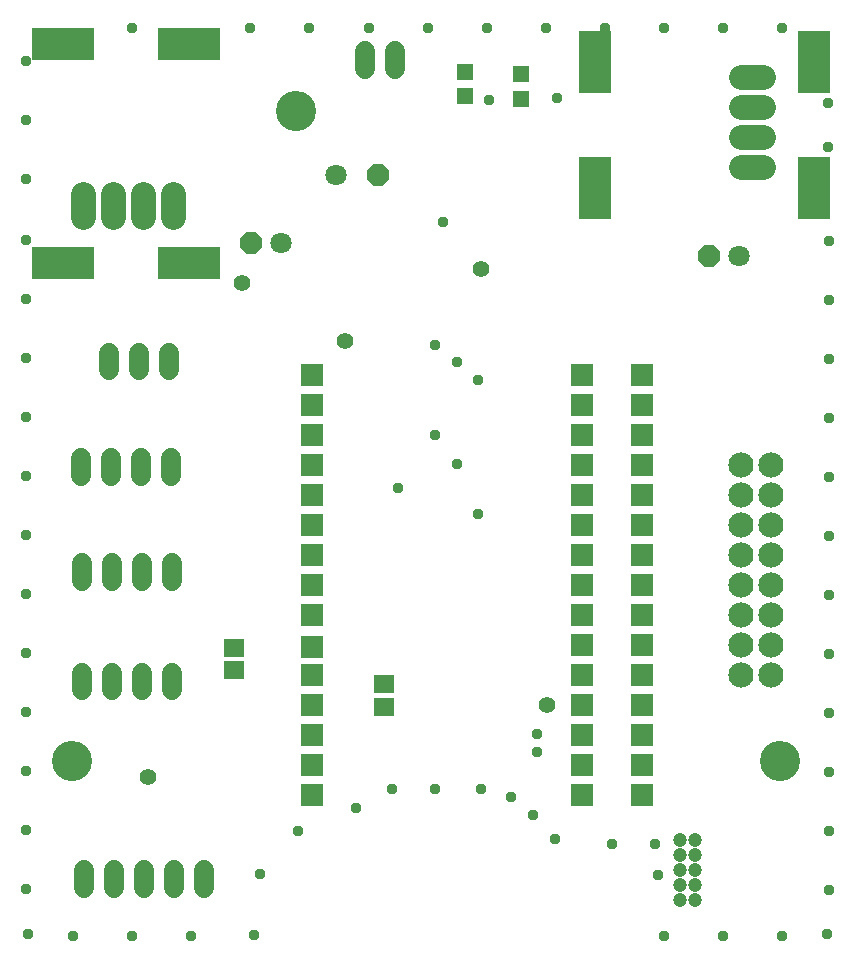
<source format=gbr>
G04 EAGLE Gerber RS-274X export*
G75*
%MOMM*%
%FSLAX36Y36*%
%LPD*%
%INSoldermask Top*%
%IPPOS*%
%AMOC8*
5,1,8,0,0,1.08239X$1,22.5*%
G01*
%ADD10R,1.981200X1.981200*%
%ADD11C,1.703200*%
%ADD12R,1.703200X1.503200*%
%ADD13R,2.743200X2.743200*%
%ADD14C,3.403200*%
%ADD15C,2.133600*%
%ADD16C,1.203200*%
%ADD17C,2.133600*%
%ADD18P,1.951982X8X202.500000*%
%ADD19C,1.803400*%
%ADD20P,1.951982X8X22.500000*%
%ADD21R,1.403200X1.403200*%
%ADD22C,0.953200*%
%ADD23C,1.403200*%


D10*
X25200000Y25540000D03*
X53140000Y48500000D03*
X25200000Y43420000D03*
X25200000Y40880000D03*
X25200000Y38340000D03*
X25200000Y35800000D03*
X25200000Y33260000D03*
X25200000Y30720000D03*
X25200000Y28180000D03*
X25200000Y48500000D03*
X25200000Y23100000D03*
X25200000Y18020000D03*
X53140000Y35800000D03*
X25200000Y15480000D03*
X25200000Y12940000D03*
X53140000Y12940000D03*
X53140000Y43420000D03*
X53140000Y40880000D03*
X53140000Y38340000D03*
X25200000Y45960000D03*
X53140000Y33260000D03*
X53140000Y30720000D03*
X53140000Y28180000D03*
X53140000Y25640000D03*
X53140000Y23100000D03*
X53140000Y20560000D03*
X53140000Y18020000D03*
X53140000Y45960000D03*
X53140000Y15480000D03*
X25200000Y20560000D03*
X48060000Y45960000D03*
X48060000Y43420000D03*
X48060000Y48500000D03*
X48060000Y40880000D03*
X48060000Y38340000D03*
X48060000Y35800000D03*
X48060000Y33260000D03*
X48060000Y30720000D03*
X48060000Y28180000D03*
X48060000Y25640000D03*
X48060000Y23100000D03*
X48060000Y20560000D03*
X48060000Y18020000D03*
X48060000Y15480000D03*
X48060000Y12940000D03*
D11*
X32230000Y74420000D02*
X32230000Y75920000D01*
X29690000Y75920000D02*
X29690000Y74420000D01*
X10840000Y23320000D02*
X10840000Y21820000D01*
X8300000Y21820000D02*
X8300000Y23320000D01*
X5760000Y23320000D02*
X5760000Y21820000D01*
X13380000Y21820000D02*
X13380000Y23320000D01*
X10800000Y31120000D02*
X10800000Y32620000D01*
X8260000Y32620000D02*
X8260000Y31120000D01*
X5720000Y31120000D02*
X5720000Y32620000D01*
X13340000Y32620000D02*
X13340000Y31120000D01*
X10980000Y6610000D02*
X10980000Y5110000D01*
X8440000Y5110000D02*
X8440000Y6610000D01*
X5900000Y6610000D02*
X5900000Y5110000D01*
X13520000Y5110000D02*
X13520000Y6610000D01*
X16060000Y6610000D02*
X16060000Y5110000D01*
X10760000Y40020000D02*
X10760000Y41520000D01*
X8220000Y41520000D02*
X8220000Y40020000D01*
X5680000Y40020000D02*
X5680000Y41520000D01*
X13300000Y41520000D02*
X13300000Y40020000D01*
D12*
X31340000Y20430000D03*
X31340000Y22330000D03*
X18640000Y23550000D03*
X18640000Y25450000D03*
D13*
X49158000Y76316000D03*
X49158000Y73776000D03*
X49158000Y65648000D03*
X49158000Y63108000D03*
X67700000Y63108000D03*
X67700000Y65648000D03*
X67700000Y73776000D03*
X67700000Y76316000D03*
X16096000Y76582000D03*
X13556000Y76582000D03*
X5428000Y76582000D03*
X2888000Y76582000D03*
X2888000Y58040000D03*
X5428000Y58040000D03*
X13556000Y58040000D03*
X16096000Y58040000D03*
D14*
X64880000Y15840000D03*
X4880000Y15840000D03*
X23880000Y70840000D03*
D15*
X61494800Y73720000D02*
X63425200Y73720000D01*
X63425200Y71180000D02*
X61494800Y71180000D01*
X61494800Y68640000D02*
X63425200Y68640000D01*
X63425200Y66100000D02*
X61494800Y66100000D01*
X13420000Y63835200D02*
X13420000Y61904800D01*
X10880000Y61904800D02*
X10880000Y63835200D01*
X8340000Y63835200D02*
X8340000Y61904800D01*
X5800000Y61904800D02*
X5800000Y63835200D01*
D11*
X13080000Y50420000D02*
X13080000Y48920000D01*
X10540000Y48920000D02*
X10540000Y50420000D01*
X8000000Y50420000D02*
X8000000Y48920000D01*
D16*
X57620000Y4080000D03*
X56350000Y4080000D03*
X57620000Y5350000D03*
X56350000Y5350000D03*
X57620000Y6620000D03*
X56350000Y6620000D03*
X57620000Y7890000D03*
X56350000Y7890000D03*
X57620000Y9160000D03*
X56350000Y9160000D03*
D17*
X61530000Y23110000D03*
X64070000Y23110000D03*
X61530000Y25650000D03*
X64070000Y25650000D03*
X61530000Y28190000D03*
X64070000Y28190000D03*
X61530000Y30730000D03*
X64070000Y30730000D03*
X61530000Y33270000D03*
X64070000Y33270000D03*
X61530000Y35810000D03*
X64070000Y35810000D03*
X61530000Y38350000D03*
X64070000Y38350000D03*
X61530000Y40890000D03*
X64070000Y40890000D03*
D18*
X58830000Y58600000D03*
D19*
X61370000Y58600000D03*
D18*
X20030000Y59700000D03*
D19*
X22570000Y59700000D03*
D20*
X30778000Y65500000D03*
D19*
X27222000Y65500000D03*
D21*
X38160000Y74220000D03*
X38160000Y72120000D03*
X42930000Y74040000D03*
X42930000Y71940000D03*
D22*
X1000000Y70100000D03*
X1000000Y65100000D03*
X1000000Y60000000D03*
X1000000Y55000000D03*
X1000000Y50000000D03*
X1000000Y45000000D03*
X1000000Y40000000D03*
X1000000Y35000000D03*
X1000000Y30000000D03*
X1000000Y25000000D03*
X1000000Y20000000D03*
X1000000Y15000000D03*
X1000000Y10000000D03*
X1000000Y5000000D03*
X1200000Y1200000D03*
X1000000Y75100000D03*
X5000000Y1000000D03*
X10000000Y1000000D03*
X15000000Y1000000D03*
X20270000Y1090000D03*
X42100000Y12790000D03*
X43950000Y11260000D03*
X45800000Y9280000D03*
X50620000Y8830000D03*
X54270000Y8830000D03*
X54500000Y6220000D03*
X55000000Y1000000D03*
X60000000Y1000000D03*
X65000000Y1000000D03*
X10000000Y77900000D03*
X20000000Y77900000D03*
X25000000Y77900000D03*
X30000000Y77900000D03*
X35000000Y77900000D03*
X40000000Y77900000D03*
X45000000Y77900000D03*
X50000000Y77900000D03*
X55000000Y77900000D03*
X60000000Y77900000D03*
X65000000Y77900000D03*
X68900000Y71600000D03*
X68900000Y67800000D03*
X69000000Y59900000D03*
X69000000Y54900000D03*
X69000000Y49900000D03*
X69000000Y44900000D03*
X69000000Y39900000D03*
X69000000Y34900000D03*
X69000000Y29900000D03*
X69000000Y24900000D03*
X69000000Y19900000D03*
X69000000Y14900000D03*
X69000000Y9900000D03*
X69000000Y4900000D03*
X68800000Y1200000D03*
X20810000Y6310000D03*
X24050000Y9910000D03*
X28910000Y11890000D03*
X31970000Y13510000D03*
X35660000Y13510000D03*
X39530000Y13510000D03*
D23*
X28020000Y51440000D03*
X39500000Y57500000D03*
X19280000Y56300000D03*
X11340000Y14490000D03*
D22*
X36270000Y61470000D03*
X32500000Y39000000D03*
X44240000Y18100000D03*
X44270000Y16570000D03*
X39290000Y36780000D03*
X39280000Y48110000D03*
X37450000Y40980000D03*
X37450000Y49600000D03*
X35630000Y43490000D03*
X35610000Y51110000D03*
D23*
X45140000Y20600000D03*
D22*
X40230000Y71820000D03*
X45990000Y72000000D03*
M02*

</source>
